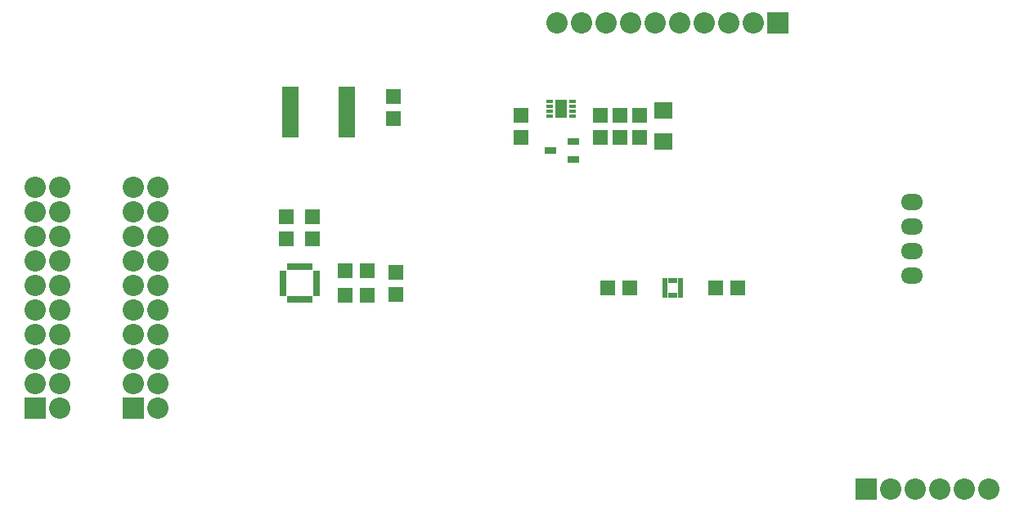
<source format=gts>
G04*
G04 #@! TF.GenerationSoftware,Altium Limited,Altium Designer,21.2.0 (30)*
G04*
G04 Layer_Color=8388736*
%FSLAX25Y25*%
%MOIN*%
G70*
G04*
G04 #@! TF.SameCoordinates,50EEE562-DE44-4F6C-8D0E-6D451127BC4F*
G04*
G04*
G04 #@! TF.FilePolarity,Negative*
G04*
G01*
G75*
%ADD26R,0.04737X0.03162*%
%ADD27R,0.06115X0.05918*%
%ADD28R,0.06607X0.02572*%
%ADD29R,0.03162X0.02572*%
%ADD30R,0.02572X0.03162*%
%ADD31R,0.05918X0.06115*%
%ADD32R,0.01981X0.02178*%
%ADD33R,0.02178X0.01981*%
%ADD34R,0.04737X0.07493*%
%ADD35R,0.02965X0.01784*%
%ADD36R,0.07690X0.07099*%
%ADD37O,0.09068X0.06706*%
%ADD38C,0.08674*%
%ADD39R,0.08674X0.08674*%
%ADD40R,0.08674X0.08674*%
D26*
X230000Y146000D02*
D03*
X239449Y149760D02*
D03*
Y142240D02*
D03*
D27*
X166000Y158972D02*
D03*
Y168028D02*
D03*
X258500Y151472D02*
D03*
Y160528D02*
D03*
X250500Y151472D02*
D03*
Y160528D02*
D03*
X133000Y119055D02*
D03*
Y110000D02*
D03*
X122500Y119055D02*
D03*
Y110000D02*
D03*
X167000Y96528D02*
D03*
Y87472D02*
D03*
X218000Y160528D02*
D03*
Y151472D02*
D03*
X266500Y160500D02*
D03*
Y151445D02*
D03*
D28*
X147134Y170559D02*
D03*
Y168000D02*
D03*
Y165441D02*
D03*
Y162882D02*
D03*
Y160323D02*
D03*
Y157764D02*
D03*
Y155205D02*
D03*
Y152646D02*
D03*
X124000D02*
D03*
Y155205D02*
D03*
Y157764D02*
D03*
Y160323D02*
D03*
Y162882D02*
D03*
Y165441D02*
D03*
Y168000D02*
D03*
Y170559D02*
D03*
D29*
X121307Y95839D02*
D03*
Y93279D02*
D03*
Y90720D02*
D03*
Y88161D02*
D03*
X134693D02*
D03*
Y90720D02*
D03*
Y93279D02*
D03*
Y95839D02*
D03*
D30*
X124161Y85307D02*
D03*
X126720D02*
D03*
X129279D02*
D03*
X131839D02*
D03*
Y98693D02*
D03*
X129279D02*
D03*
X126720D02*
D03*
X124161D02*
D03*
D31*
X155528Y97000D02*
D03*
X146472D02*
D03*
X306528Y90000D02*
D03*
X297472D02*
D03*
X262528D02*
D03*
X253472D02*
D03*
X155528Y87000D02*
D03*
X146472D02*
D03*
D32*
X279016Y93051D02*
D03*
X280984D02*
D03*
Y86949D02*
D03*
X279016D02*
D03*
D33*
X283051Y92953D02*
D03*
Y90984D02*
D03*
Y89016D02*
D03*
Y87047D02*
D03*
X276949D02*
D03*
Y89016D02*
D03*
Y90984D02*
D03*
Y92953D02*
D03*
D34*
X234500Y163000D02*
D03*
D35*
X239126Y165953D02*
D03*
Y163984D02*
D03*
Y162016D02*
D03*
Y160047D02*
D03*
X229874D02*
D03*
Y162016D02*
D03*
Y163984D02*
D03*
Y165953D02*
D03*
D36*
X276000Y149700D02*
D03*
X276000Y162299D02*
D03*
D37*
X377500Y125000D02*
D03*
Y115000D02*
D03*
Y105000D02*
D03*
Y95000D02*
D03*
D38*
X242835Y198024D02*
D03*
X232835D02*
D03*
X252835D02*
D03*
X262835D02*
D03*
X292835D02*
D03*
X302835D02*
D03*
X312835D02*
D03*
X282835D02*
D03*
X272835D02*
D03*
X408835Y8024D02*
D03*
X398835D02*
D03*
X368835D02*
D03*
X378835D02*
D03*
X388835D02*
D03*
X60099Y121024D02*
D03*
Y131024D02*
D03*
X70000D02*
D03*
Y121024D02*
D03*
Y61024D02*
D03*
Y71024D02*
D03*
X60099D02*
D03*
Y61024D02*
D03*
Y51024D02*
D03*
X70000D02*
D03*
Y41024D02*
D03*
X60099Y81024D02*
D03*
Y91024D02*
D03*
X70000D02*
D03*
Y81024D02*
D03*
Y101024D02*
D03*
Y111024D02*
D03*
X60099D02*
D03*
Y101024D02*
D03*
X20099Y121024D02*
D03*
Y131024D02*
D03*
X30000D02*
D03*
Y121024D02*
D03*
Y61024D02*
D03*
Y71024D02*
D03*
X20099D02*
D03*
Y61024D02*
D03*
Y51024D02*
D03*
X30000D02*
D03*
Y41024D02*
D03*
X20099Y81024D02*
D03*
Y91024D02*
D03*
X30000D02*
D03*
Y81024D02*
D03*
Y101024D02*
D03*
Y111024D02*
D03*
X20099D02*
D03*
Y101024D02*
D03*
D39*
X322835Y198024D02*
D03*
X358835Y8024D02*
D03*
D40*
X60099Y41024D02*
D03*
X20099D02*
D03*
M02*

</source>
